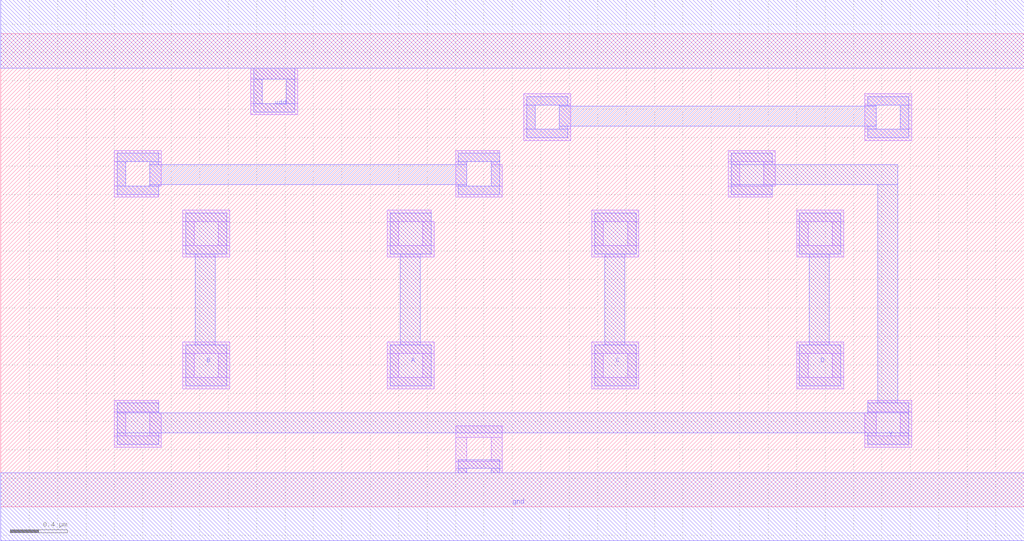
<source format=lef>
VERSION 5.7 ;
  NOWIREEXTENSIONATPIN ON ;
  DIVIDERCHAR "/" ;
  BUSBITCHARS "[]" ;
MACRO AOI22X1
  CLASS CORE ;
  FOREIGN AOI22X1 ;
  ORIGIN 0.000 0.000 ;
  SIZE 7.200 BY 3.330 ;
  SYMMETRY X Y R90 ;
  SITE unit ;
  PIN vdd
    DIRECTION INOUT ;
    USE POWER ;
    SHAPE ABUTMENT ;
    PORT
      LAYER met1 ;
        RECT 0.000 3.090 7.200 3.570 ;
        RECT 1.780 3.010 2.070 3.090 ;
        RECT 1.780 2.840 1.840 3.010 ;
        RECT 2.010 2.840 2.070 3.010 ;
        RECT 1.780 2.780 2.070 2.840 ;
    END
  END vdd
  PIN gnd
    DIRECTION INOUT ;
    USE POWER ;
    SHAPE ABUTMENT ;
    PORT
      LAYER met1 ;
        RECT 3.220 0.270 3.510 0.330 ;
        RECT 3.220 0.240 3.280 0.270 ;
        RECT 3.450 0.240 3.510 0.270 ;
        RECT 0.000 -0.240 7.200 0.240 ;
    END
  END gnd
  PIN Y
    DIRECTION INOUT ;
    USE SIGNAL ;
    SHAPE ABUTMENT ;
    PORT
      LAYER met1 ;
        RECT 5.140 2.410 5.430 2.490 ;
        RECT 5.140 2.270 6.310 2.410 ;
        RECT 5.140 2.200 5.430 2.270 ;
        RECT 6.170 0.730 6.310 2.270 ;
        RECT 0.820 0.660 1.110 0.730 ;
        RECT 6.100 0.660 6.390 0.730 ;
        RECT 0.820 0.520 6.390 0.660 ;
        RECT 0.820 0.440 1.110 0.520 ;
        RECT 6.100 0.440 6.390 0.520 ;
    END
  END Y
  PIN D
    DIRECTION INOUT ;
    USE SIGNAL ;
    SHAPE ABUTMENT ;
    PORT
      LAYER met1 ;
        RECT 5.620 1.780 5.910 2.070 ;
        RECT 5.690 1.140 5.830 1.780 ;
        RECT 5.620 0.850 5.910 1.140 ;
    END
  END D
  PIN C
    DIRECTION INOUT ;
    USE SIGNAL ;
    SHAPE ABUTMENT ;
    PORT
      LAYER met1 ;
        RECT 4.180 1.780 4.470 2.070 ;
        RECT 4.250 1.140 4.390 1.780 ;
        RECT 4.180 0.850 4.470 1.140 ;
    END
  END C
  PIN A
    DIRECTION INOUT ;
    USE SIGNAL ;
    SHAPE ABUTMENT ;
    PORT
      LAYER met1 ;
        RECT 2.740 1.780 3.030 2.070 ;
        RECT 2.810 1.140 2.950 1.780 ;
        RECT 2.740 0.850 3.030 1.140 ;
    END
  END A
  PIN B
    DIRECTION INOUT ;
    USE SIGNAL ;
    SHAPE ABUTMENT ;
    PORT
      LAYER met1 ;
        RECT 1.300 1.780 1.590 2.070 ;
        RECT 1.370 1.140 1.510 1.780 ;
        RECT 1.300 0.850 1.590 1.140 ;
    END
  END B
  OBS
      LAYER li1 ;
        RECT 1.760 3.010 2.090 3.090 ;
        RECT 1.760 2.840 1.840 3.010 ;
        RECT 2.010 2.840 2.090 3.010 ;
        RECT 1.760 2.760 2.090 2.840 ;
        RECT 3.680 2.830 4.010 2.910 ;
        RECT 3.680 2.660 3.760 2.830 ;
        RECT 3.930 2.660 4.010 2.830 ;
        RECT 3.680 2.580 4.010 2.660 ;
        RECT 6.080 2.830 6.410 2.910 ;
        RECT 6.080 2.660 6.160 2.830 ;
        RECT 6.330 2.660 6.410 2.830 ;
        RECT 6.080 2.580 6.410 2.660 ;
        RECT 0.800 2.430 1.130 2.510 ;
        RECT 0.800 2.260 0.880 2.430 ;
        RECT 1.050 2.260 1.130 2.430 ;
        RECT 3.200 2.430 3.510 2.510 ;
        RECT 3.200 2.260 3.280 2.430 ;
        RECT 3.450 2.410 3.510 2.430 ;
        RECT 5.120 2.430 5.450 2.510 ;
        RECT 3.450 2.260 3.530 2.410 ;
        RECT 0.800 2.180 1.110 2.260 ;
        RECT 3.200 2.180 3.530 2.260 ;
        RECT 5.120 2.260 5.200 2.430 ;
        RECT 5.370 2.260 5.450 2.430 ;
        RECT 5.120 2.180 5.430 2.260 ;
        RECT 1.280 2.010 1.610 2.090 ;
        RECT 1.280 1.840 1.360 2.010 ;
        RECT 1.530 1.840 1.610 2.010 ;
        RECT 1.280 1.760 1.610 1.840 ;
        RECT 2.720 2.010 3.030 2.090 ;
        RECT 4.160 2.010 4.490 2.090 ;
        RECT 2.720 1.840 2.800 2.010 ;
        RECT 2.970 1.840 3.050 2.010 ;
        RECT 2.720 1.760 3.050 1.840 ;
        RECT 4.160 1.840 4.240 2.010 ;
        RECT 4.410 1.840 4.490 2.010 ;
        RECT 4.160 1.760 4.490 1.840 ;
        RECT 5.600 2.010 5.930 2.090 ;
        RECT 5.600 1.840 5.680 2.010 ;
        RECT 5.850 1.840 5.930 2.010 ;
        RECT 5.600 1.760 5.930 1.840 ;
        RECT 1.280 1.080 1.610 1.160 ;
        RECT 1.280 0.910 1.360 1.080 ;
        RECT 1.530 0.910 1.610 1.080 ;
        RECT 1.280 0.830 1.610 0.910 ;
        RECT 2.720 1.080 3.050 1.160 ;
        RECT 2.720 0.910 2.800 1.080 ;
        RECT 2.970 0.910 3.050 1.080 ;
        RECT 2.720 0.830 3.050 0.910 ;
        RECT 4.160 1.080 4.490 1.160 ;
        RECT 4.160 0.910 4.240 1.080 ;
        RECT 4.410 0.910 4.490 1.080 ;
        RECT 4.160 0.830 4.490 0.910 ;
        RECT 5.600 1.080 5.930 1.160 ;
        RECT 5.600 0.910 5.680 1.080 ;
        RECT 5.850 0.910 5.930 1.080 ;
        RECT 5.600 0.830 5.930 0.910 ;
        RECT 0.800 0.670 1.110 0.750 ;
        RECT 0.800 0.500 0.880 0.670 ;
        RECT 1.050 0.660 1.110 0.670 ;
        RECT 6.100 0.670 6.410 0.750 ;
        RECT 6.100 0.660 6.160 0.670 ;
        RECT 1.050 0.500 1.130 0.660 ;
        RECT 0.800 0.420 1.130 0.500 ;
        RECT 3.200 0.490 3.530 0.570 ;
        RECT 3.200 0.320 3.280 0.490 ;
        RECT 3.450 0.320 3.530 0.490 ;
        RECT 6.080 0.500 6.160 0.660 ;
        RECT 6.330 0.500 6.410 0.670 ;
        RECT 6.080 0.420 6.410 0.500 ;
        RECT 3.200 0.270 3.530 0.320 ;
        RECT 3.200 0.240 3.280 0.270 ;
        RECT 3.450 0.240 3.530 0.270 ;
      LAYER met1 ;
        RECT 3.700 2.830 3.990 2.890 ;
        RECT 3.700 2.660 3.760 2.830 ;
        RECT 3.930 2.820 3.990 2.830 ;
        RECT 6.100 2.830 6.390 2.890 ;
        RECT 6.100 2.820 6.160 2.830 ;
        RECT 3.930 2.680 6.160 2.820 ;
        RECT 3.930 2.660 3.990 2.680 ;
        RECT 3.700 2.600 3.990 2.660 ;
        RECT 6.100 2.660 6.160 2.680 ;
        RECT 6.330 2.660 6.390 2.830 ;
        RECT 6.100 2.600 6.390 2.660 ;
        RECT 0.820 2.430 1.110 2.490 ;
        RECT 0.820 2.260 0.880 2.430 ;
        RECT 1.050 2.410 1.110 2.430 ;
        RECT 3.220 2.430 3.510 2.490 ;
        RECT 3.220 2.410 3.280 2.430 ;
        RECT 1.050 2.270 3.280 2.410 ;
        RECT 1.050 2.260 1.110 2.270 ;
        RECT 0.820 2.200 1.110 2.260 ;
        RECT 3.220 2.260 3.280 2.270 ;
        RECT 3.450 2.260 3.510 2.430 ;
        RECT 3.220 2.200 3.510 2.260 ;
  END
END AOI22X1
END LIBRARY


</source>
